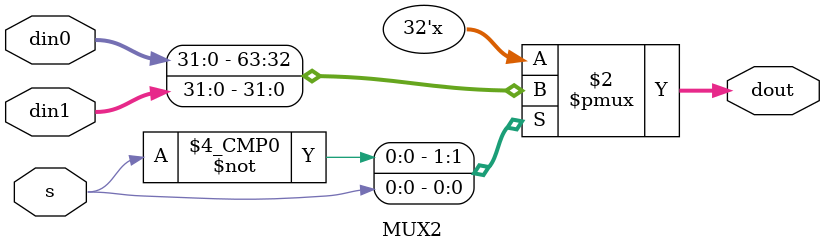
<source format=v>
`timescale 1ns / 1ps


module MUX2(
    input [31:0] din0, din1,
    input s,
    output reg [31:0] dout
    );
    
    always @ (*) begin
        case (s)
            1'b0: dout = din0;
            1'b1: dout = din1;
            default: dout = 0;
        endcase
    end
    
endmodule

</source>
